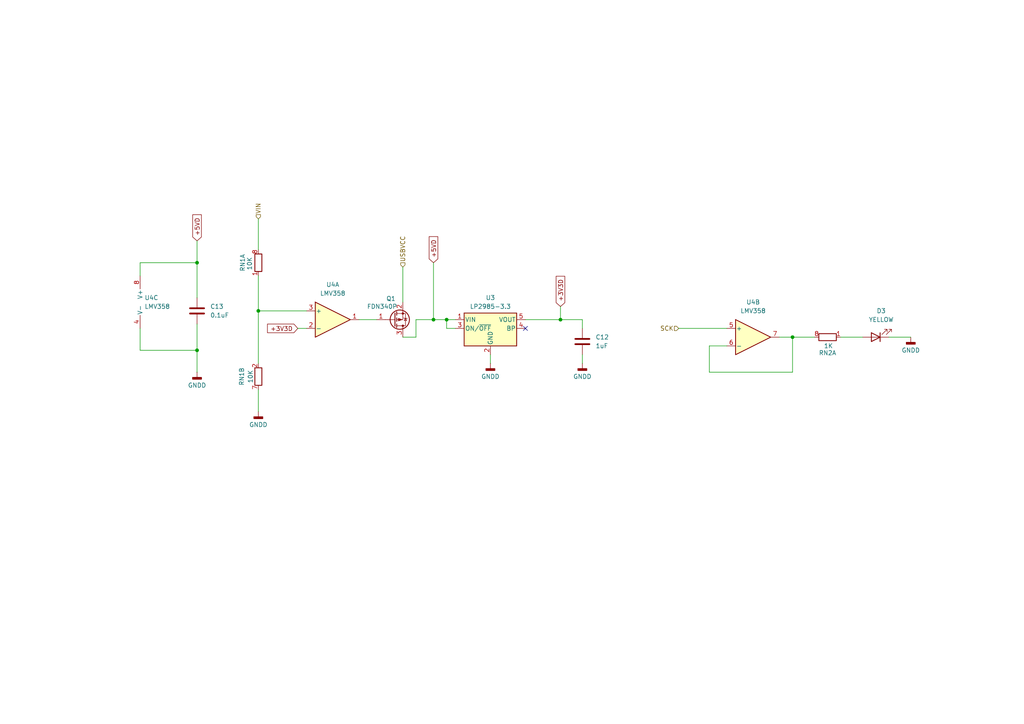
<source format=kicad_sch>
(kicad_sch (version 20250114) (generator "eeschema") (generator_version "9.0")
  (paper "A4")
  (lib_symbols
    (symbol "Amplifier_Operational:LMV358" (pin_names (offset 0.127))
      (property "Reference" "U" (at 0 5.08 0))
      (property "Value" "LMV358" (at 0 -5.08 0))
      (symbol "LMV358_1_1"
        (polyline (pts (xy -5.08 5.08) (xy 5.08 0) (xy -5.08 -5.08) (xy -5.08 5.08)) (stroke (width 0.254)) (fill (type background)))
        (pin input line (at -7.62 2.54 0) (length 2.54) (name "+") (number "3"))
        (pin input line (at -7.62 -2.54 0) (length 2.54) (name "-") (number "2"))
        (pin output line (at 7.62 0 180) (length 2.54) (name "~") (number "1"))
      )
      (symbol "LMV358_2_1"
        (polyline (pts (xy -5.08 5.08) (xy 5.08 0) (xy -5.08 -5.08) (xy -5.08 5.08)) (stroke (width 0.254)) (fill (type background)))
        (pin input line (at -7.62 2.54 0) (length 2.54) (name "+") (number "5"))
        (pin input line (at -7.62 -2.54 0) (length 2.54) (name "-") (number "6"))
        (pin output line (at 7.62 0 180) (length 2.54) (name "~") (number "7"))
      )
      (symbol "LMV358_3_1"
        (pin power_in line (at -2.54 7.62 270) (length 3.81) (name "V+") (number "8"))
        (pin power_in line (at -2.54 -7.62 90) (length 3.81) (name "V-") (number "4"))
      )
    )
    (symbol "Device:C" (pin_numbers (hide yes)) (pin_names (offset 0.254))
      (property "Reference" "C" (at 0.635 2.54 0))
      (property "Value" "C" (at 0.635 -2.54 0))
      (symbol "C_0_1"
        (polyline (pts (xy -2.032 0.762) (xy 2.032 0.762)) (stroke (width 0.508)))
        (polyline (pts (xy -2.032 -0.762) (xy 2.032 -0.762)) (stroke (width 0.508)))
      )
      (symbol "C_1_1"
        (pin passive line (at 0 3.81 270) (length 2.794) (name "~") (number "1"))
        (pin passive line (at 0 -3.81 90) (length 2.794) (name "~") (number "2"))
      )
    )
    (symbol "Device:LED" (pin_numbers (hide yes)) (pin_names (offset 1.016) (hide yes))
      (property "Reference" "D" (at 0 2.54 0))
      (property "Value" "LED" (at 0 -2.54 0))
      (symbol "LED_0_1"
        (polyline (pts (xy -3.048 -0.762) (xy -4.572 -2.286) (xy -3.81 -2.286) (xy -4.572 -2.286) (xy -4.572 -1.524)))
        (polyline (pts (xy -1.778 -0.762) (xy -3.302 -2.286) (xy -2.54 -2.286) (xy -3.302 -2.286) (xy -3.302 -1.524)))
        (polyline (pts (xy -1.27 0) (xy 1.27 0)))
        (polyline (pts (xy -1.27 -1.27) (xy -1.27 1.27)) (stroke (width 0.254)))
        (polyline (pts (xy 1.27 -1.27) (xy 1.27 1.27) (xy -1.27 0) (xy 1.27 -1.27)) (stroke (width 0.254)))
      )
      (symbol "LED_1_1"
        (pin passive line (at -3.81 0 0) (length 2.54) (name "K") (number "1"))
        (pin passive line (at 3.81 0 180) (length 2.54) (name "A") (number "2"))
      )
    )
    (symbol "Device:R_Pack04_Split" (pin_names (offset 0) (hide yes))
      (property "Reference" "RN" (at 2.032 0 90))
      (property "Value" "R_Pack04_Split" (at 0 0 90))
      (symbol "R_Pack04_Split_0_1"
        (rectangle (start 1.016 2.54) (end -1.016 -2.54) (stroke (width 0.254)))
      )
      (symbol "R_Pack04_Split_1_1"
        (pin passive line (at 0 3.81 270) (length 1.27) (name "R1.2") (number "8"))
        (pin passive line (at 0 -3.81 90) (length 1.27) (name "R1.1") (number "1"))
      )
      (symbol "R_Pack04_Split_2_1"
        (pin passive line (at 0 3.81 270) (length 1.27) (name "R2.2") (number "7"))
        (pin passive line (at 0 -3.81 90) (length 1.27) (name "R2.1") (number "2"))
      )
      (symbol "R_Pack04_Split_3_1"
        (pin passive line (at 0 3.81 270) (length 1.27) (name "R3.2") (number "6"))
        (pin passive line (at 0 -3.81 90) (length 1.27) (name "R3.1") (number "3"))
      )
      (symbol "R_Pack04_Split_4_1"
        (pin passive line (at 0 3.81 270) (length 1.27) (name "R4.2") (number "5"))
        (pin passive line (at 0 -3.81 90) (length 1.27) (name "R4.1") (number "4"))
      )
    )
    (symbol "Regulator_Linear:LP2985-3.3" (pin_names (offset 0.254))
      (property "Reference" "U" (at -6.35 5.715 0))
      (property "Value" "LP2985-3.3" (at 0 5.715 0))
      (symbol "LP2985-3.3_0_1"
        (rectangle (start -7.62 -5.08) (end 7.62 4.445) (stroke (width 0.254)) (fill (type background)))
      )
      (symbol "LP2985-3.3_1_1"
        (pin power_in line (at -10.16 2.54 0) (length 2.54) (name "VIN") (number "1"))
        (pin input line (at -10.16 0 0) (length 2.54) (name "ON/~{OFF}") (number "3"))
        (pin power_in line (at 0 -7.62 90) (length 2.54) (name "GND") (number "2"))
        (pin power_out line (at 10.16 2.54 180) (length 2.54) (name "VOUT") (number "5"))
        (pin input line (at 10.16 0 180) (length 2.54) (name "BP") (number "4"))
      )
    )
    (symbol "Transistor_FET:FDN340P" (pin_names (hide yes))
      (property "Reference" "Q" (at 5.08 1.905 0))
      (property "Value" "FDN340P" (at 5.08 0 0))
      (symbol "FDN340P_0_1"
        (polyline (pts (xy 0.254 1.905) (xy 0.254 -1.905)) (stroke (width 0.254)))
        (polyline (pts (xy 0.254 0) (xy -2.54 0)))
        (polyline (pts (xy 0.762 2.286) (xy 0.762 1.27)) (stroke (width 0.254)))
        (polyline (pts (xy 0.762 1.778) (xy 3.302 1.778) (xy 3.302 -1.778) (xy 0.762 -1.778)))
        (polyline (pts (xy 0.762 0.508) (xy 0.762 -0.508)) (stroke (width 0.254)))
        (polyline (pts (xy 0.762 -1.27) (xy 0.762 -2.286)) (stroke (width 0.254)))
        (circle (center 1.651 0) (radius 2.794) (stroke (width 0.254)))
        (polyline (pts (xy 2.286 0) (xy 1.27 0.381) (xy 1.27 -0.381) (xy 2.286 0)) (fill (type outline)))
        (polyline (pts (xy 2.54 2.54) (xy 2.54 1.778)))
        (circle (center 2.54 1.778) (radius 0.254) (fill (type outline)))
        (circle (center 2.54 -1.778) (radius 0.254) (fill (type outline)))
        (polyline (pts (xy 2.54 -2.54) (xy 2.54 0) (xy 0.762 0)))
        (polyline (pts (xy 2.794 -0.508) (xy 2.921 -0.381) (xy 3.683 -0.381) (xy 3.81 -0.254)))
        (polyline (pts (xy 3.302 -0.381) (xy 2.921 0.254) (xy 3.683 0.254) (xy 3.302 -0.381)))
      )
      (symbol "FDN340P_1_1"
        (pin input line (at -5.08 0 0) (length 2.54) (name "G") (number "1"))
        (pin passive line (at 2.54 5.08 270) (length 2.54) (name "D") (number "3"))
        (pin passive line (at 2.54 -5.08 90) (length 2.54) (name "S") (number "2"))
      )
    )
    (symbol "power:GNDD" (power) (pin_numbers (hide yes)) (pin_names (offset 0) (hide yes))
      (property "Value" "GNDD" (at 0 -3.175 0))
      (symbol "GNDD_0_1"
        (rectangle (start -1.27 -1.524) (end 1.27 -2.032) (stroke (width 0.254)) (fill (type outline)))
        (polyline (pts (xy 0 0) (xy 0 -1.524)))
      )
      (symbol "GNDD_1_1"
        (pin power_in line (at 0 0 270) (length 0) (name "~") (number "1"))
      )
    )
  )
  (junction (at 125.73 92.71))
  (junction (at 162.56 92.71))
  (junction (at 74.93 90.17))
  (junction (at 129.54 92.71))
  (junction (at 57.15 76.2))
  (junction (at 229.87 97.79))
  (junction (at 57.15 101.6))
  (no_connect (at 152.4 95.25))
  (wire (pts (xy 40.64 76.2) (xy 57.15 76.2)))
  (wire (pts (xy 125.73 76.2) (xy 125.73 92.71)))
  (wire (pts (xy 129.54 95.25) (xy 129.54 92.71)))
  (wire (pts (xy 162.56 92.71) (xy 168.91 92.71)))
  (wire (pts (xy 162.56 88.9) (xy 162.56 92.71)))
  (wire (pts (xy 210.82 100.33) (xy 205.74 100.33)))
  (wire (pts (xy 74.93 90.17) (xy 88.9 90.17)))
  (wire (pts (xy 40.64 101.6) (xy 57.15 101.6)))
  (wire (pts (xy 243.84 97.79) (xy 250.19 97.79)))
  (wire (pts (xy 205.74 107.95) (xy 229.87 107.95)))
  (wire (pts (xy 74.93 80.01) (xy 74.93 90.17)))
  (wire (pts (xy 257.81 97.79) (xy 264.16 97.79)))
  (wire (pts (xy 74.93 113.03) (xy 74.93 119.38)))
  (wire (pts (xy 57.15 69.85) (xy 57.15 76.2)))
  (wire (pts (xy 120.65 97.79) (xy 120.65 92.71)))
  (wire (pts (xy 168.91 102.87) (xy 168.91 105.41)))
  (wire (pts (xy 226.06 97.79) (xy 229.87 97.79)))
  (wire (pts (xy 120.65 92.71) (xy 125.73 92.71)))
  (wire (pts (xy 74.93 63.5) (xy 74.93 72.39)))
  (wire (pts (xy 86.36 95.25) (xy 88.9 95.25)))
  (wire (pts (xy 74.93 90.17) (xy 74.93 105.41)))
  (wire (pts (xy 229.87 97.79) (xy 236.22 97.79)))
  (wire (pts (xy 116.84 77.47) (xy 116.84 87.63)))
  (wire (pts (xy 40.64 95.25) (xy 40.64 101.6)))
  (wire (pts (xy 205.74 100.33) (xy 205.74 107.95)))
  (wire (pts (xy 57.15 101.6) (xy 57.15 107.95)))
  (wire (pts (xy 142.24 102.87) (xy 142.24 105.41)))
  (wire (pts (xy 132.08 95.25) (xy 129.54 95.25)))
  (wire (pts (xy 125.73 92.71) (xy 129.54 92.71)))
  (wire (pts (xy 57.15 93.98) (xy 57.15 101.6)))
  (wire (pts (xy 116.84 97.79) (xy 120.65 97.79)))
  (wire (pts (xy 196.85 95.25) (xy 210.82 95.25)))
  (wire (pts (xy 168.91 95.25) (xy 168.91 92.71)))
  (wire (pts (xy 152.4 92.71) (xy 162.56 92.71)))
  (wire (pts (xy 57.15 76.2) (xy 57.15 86.36)))
  (wire (pts (xy 104.14 92.71) (xy 109.22 92.71)))
  (wire (pts (xy 40.64 80.01) (xy 40.64 76.2)))
  (wire (pts (xy 129.54 92.71) (xy 132.08 92.71)))
  (wire (pts (xy 229.87 107.95) (xy 229.87 97.79)))
  (global_label "+3V3D" (shape input) (at 162.56 88.9 90) (property "Intersheetrefs" "${INTERSHEET_REFS}" (effects (hide yes))))
  (global_label "+5VD" (shape input) (at 57.15 69.85 90) (property "Intersheetrefs" "${INTERSHEET_REFS}" (effects (hide yes))))
  (global_label "+5VD" (shape input) (at 125.73 76.2 90) (property "Intersheetrefs" "${INTERSHEET_REFS}" (effects (hide yes))))
  (global_label "+3V3D" (shape input) (at 86.36 95.25 180) (property "Intersheetrefs" "${INTERSHEET_REFS}" (effects (hide yes))))
  (hierarchical_label "USBVCC" (shape input) (at 116.84 77.47 90))
  (hierarchical_label "SCK" (shape input) (at 196.85 95.25 180))
  (hierarchical_label "VIN" (shape input) (at 74.93 63.5 90))
  (symbol (lib_id "Device:LED") (at 254 97.79 180) (unit 1)
    (property "Reference" "D3" (at 255.5875 90.17 0))
    (property "Value" "YELLOW" (at 255.5875 92.71 0))
    (property "Footprint" "LED_SMD:LED_0603_1608Metric" (effects (hide yes)))
    (property "Description" "Light emitting diode" (effects (hide yes)))
    (property "Sim.Pins" "1=K 2=A" (effects (hide yes)))
  )
  (symbol (lib_id "power:GNDD") (at 142.24 105.41 0) (unit 1)
    (property "Reference" "#PWR013" (effects (hide yes)))
    (property "Value" "GNDD" (at 142.24 109.22 0))
    (property "Description" "Power symbol creates a global label with name \"GNDD\" , digital ground" (effects (hide yes)))
  )
  (symbol (lib_id "Amplifier_Operational:LMV358") (at 96.52 92.71 0) (unit 1)
    (property "Reference" "U4" (at 96.52 82.55 0))
    (property "Value" "LMV358" (at 96.52 85.09 0))
    (property "Footprint" "Package_SO:SOIC-8_3.9x4.9mm_P1.27mm" (effects (hide yes)))
    (property "Datasheet" "http://www.ti.com/lit/ds/symlink/lmv324.pdf" (effects (hide yes)))
    (property "Description" "Dual Low-Voltage Rail-to-Rail Output Operational Amplifiers, SOIC-8/SSOP-8" (effects (hide yes)))
  )
  (symbol (lib_id "power:GNDD") (at 168.91 105.41 0) (unit 1)
    (property "Reference" "#PWR015" (effects (hide yes)))
    (property "Value" "GNDD" (at 168.91 109.22 0))
    (property "Description" "Power symbol creates a global label with name \"GNDD\" , digital ground" (effects (hide yes)))
  )
  (symbol (lib_id "power:GNDD") (at 57.15 107.95 0) (unit 1)
    (property "Reference" "#PWR018" (effects (hide yes)))
    (property "Value" "GNDD" (at 57.15 111.76 0))
    (property "Description" "Power symbol creates a global label with name \"GNDD\" , digital ground" (effects (hide yes)))
  )
  (symbol (lib_id "power:GNDD") (at 264.16 97.79 0) (unit 1)
    (property "Reference" "#PWR017" (effects (hide yes)))
    (property "Value" "GNDD" (at 264.16 101.6 0))
    (property "Description" "Power symbol creates a global label with name \"GNDD\" , digital ground" (effects (hide yes)))
  )
  (symbol (lib_id "Device:C") (at 57.15 90.17 0) (unit 1)
    (property "Reference" "C13" (at 60.96 88.8999 0) (effects (justify left)))
    (property "Value" "0.1uF" (at 60.96 91.4399 0) (effects (justify left)))
    (property "Footprint" "Capacitor_SMD:C_0603_1608Metric" (effects (hide yes)))
    (property "Description" "Unpolarized capacitor" (effects (hide yes)))
  )
  (symbol (lib_id "Amplifier_Operational:LMV358") (at 218.44 97.79 0) (unit 2)
    (property "Reference" "U4" (at 218.44 87.63 0))
    (property "Value" "LMV358" (at 218.44 90.17 0))
    (property "Footprint" "Package_SO:SOIC-8_3.9x4.9mm_P1.27mm" (effects (hide yes)))
    (property "Datasheet" "http://www.ti.com/lit/ds/symlink/lmv324.pdf" (effects (hide yes)))
    (property "Description" "Dual Low-Voltage Rail-to-Rail Output Operational Amplifiers, SOIC-8/SSOP-8" (effects (hide yes)))
  )
  (symbol (lib_id "Amplifier_Operational:LMV358") (at 43.18 87.63 0) (unit 3)
    (property "Reference" "U4" (at 41.91 86.3599 0) (effects (justify left)))
    (property "Value" "LMV358" (at 41.91 88.8999 0) (effects (justify left)))
    (property "Footprint" "Package_SO:SOIC-8_3.9x4.9mm_P1.27mm" (effects (hide yes)))
    (property "Datasheet" "http://www.ti.com/lit/ds/symlink/lmv324.pdf" (effects (hide yes)))
    (property "Description" "Dual Low-Voltage Rail-to-Rail Output Operational Amplifiers, SOIC-8/SSOP-8" (effects (hide yes)))
  )
  (symbol (lib_id "Transistor_FET:FDN340P") (at 114.3 92.71 0) (mirror x) (unit 1)
    (property "Reference" "Q1" (at 112.014 86.614 0) (effects (justify left)))
    (property "Value" "FDN340P" (at 106.426 88.9 0) (effects (justify left)))
    (property "Footprint" "Package_TO_SOT_SMD:SOT-23" (effects (hide yes)))
    (property "Datasheet" "https://www.onsemi.com/pub/Collateral/FDN340P-D.PDF" (effects (hide yes)))
    (property "Description" "-2A Id, -20V Vds, P-Channel MOSFET, 70mOhm Ron, SOT-23" (effects (hide yes)))
  )
  (symbol (lib_id "Device:R_Pack04_Split") (at 240.03 97.79 90) (unit 1)
    (property "Reference" "RN2" (at 240.03 102.362 90))
    (property "Value" "1K" (at 240.284 100.33 90))
    (property "Footprint" "Resistor_SMD:R_Array_Concave_4x0603" (effects (hide yes)))
    (property "Description" "4 resistor network, parallel topology, split" (effects (hide yes)))
  )
  (symbol (lib_id "power:GNDD") (at 74.93 119.38 0) (unit 1)
    (property "Reference" "#PWR016" (effects (hide yes)))
    (property "Value" "GNDD" (at 74.93 123.19 0))
    (property "Description" "Power symbol creates a global label with name \"GNDD\" , digital ground" (effects (hide yes)))
  )
  (symbol (lib_id "Regulator_Linear:LP2985-3.3") (at 142.24 95.25 0) (unit 1)
    (property "Reference" "U3" (at 142.24 86.36 0))
    (property "Value" "LP2985-3.3" (at 142.24 88.9 0))
    (property "Footprint" "Package_TO_SOT_SMD:SOT-23-5" (effects (hide yes)))
    (property "Datasheet" "http://www.ti.com/lit/ds/symlink/lp2985.pdf" (effects (hide yes)))
    (property "Description" "150mA 16V Low-noise Low-dropout Regulator With Shutdown, 3.3V output voltage, SOT-23-5" (effects (hide yes)))
  )
  (symbol (lib_id "Device:C") (at 168.91 99.06 0) (unit 1)
    (property "Reference" "C12" (at 172.72 97.7899 0) (effects (justify left)))
    (property "Value" "1uF" (at 172.72 100.3299 0) (effects (justify left)))
    (property "Footprint" "Capacitor_SMD:C_0603_1608Metric" (effects (hide yes)))
    (property "Description" "Unpolarized capacitor" (effects (hide yes)))
  )
  (symbol (lib_id "Device:R_Pack04_Split") (at 74.93 109.22 180) (unit 2)
    (property "Reference" "RN1" (at 70.104 109.22 90))
    (property "Value" "10K" (at 72.644 109.22 90))
    (property "Footprint" "Resistor_SMD:R_Array_Concave_4x0603" (effects (hide yes)))
    (property "Description" "4 resistor network, parallel topology, split" (effects (hide yes)))
  )
  (symbol (lib_id "Device:R_Pack04_Split") (at 74.93 76.2 0) (unit 1)
    (property "Reference" "RN1" (at 70.358 76.2 90))
    (property "Value" "10K" (at 72.39 76.454 90))
    (property "Footprint" "Resistor_SMD:R_Array_Concave_4x0603" (effects (hide yes)))
    (property "Description" "4 resistor network, parallel topology, split" (effects (hide yes)))
  )
)
</source>
